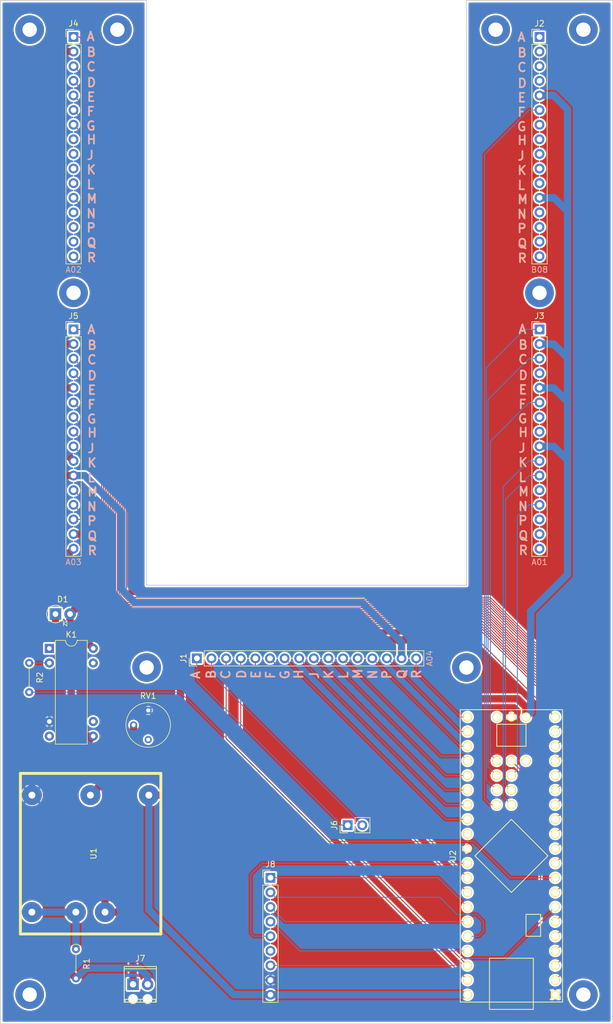
<source format=kicad_pcb>
(kicad_pcb (version 20171130) (host pcbnew "(5.1.2)-1")
  (layers (0 F.Cu signal) (31 B.Cu signal) (34 B.Paste user) (35 F.Paste user) (36 B.SilkS user) (37 F.SilkS user) (38 B.Mask user) (39 F.Mask user) (44 Edge.Cuts user))
  (net 0 "")
  (net 1 +48V)
  (net 2 +5VD)
  (net 3 GNDD)
  (net 4 /SCLK)
  (net 5 /MISO)
  (net 6 /MOSI)
  (net 7 /~CS)
  (net 8 /IRQ)
  (net 9 "Net-(RV1-Pad2)")
  (net 10 "Net-(D1-Pad2)")
  (net 11 /RESTORE_MAGS)
  (net 12 /INT_PCH)
  (net 13 /AUTO_FEED)
  (net 14 /PROG_SEL)
  (net 15 /AUTO_DUP)
  (net 16 /CLEAR)
  (net 17 /PRINT)
  (net 18 /LZ_PRINT)
  (net 19 /RESET)
  (net 20 -48V)
  (net 21 /SPACE)
  (net 22 /C12)
  (net 23 /C11)
  (net 24 /C0)
  (net 25 /C1)
  (net 26 /C2)
  (net 27 /C3)
  (net 28 /C4)
  (net 29 /C5)
  (net 30 /C6)
  (net 31 /C7)
  (net 32 /C9)
  (net 33 /ERROR_RESET)
  (net 34 /BAIL_9)
  (net 35 /SKIP)
  (net 36 /LEFT_ZERO)
  (net 37 /MC)
  (net 38 /AUX_DUP)
  (net 39 /BAIL_8)
  (net 40 /PROG_1)
  (net 41 /DASH_SKIP)
  (net 42 /REL)
  (net 43 /RESTORE)
  (net 44 /R0)
  (net 45 /R1)
  (net 46 /FEED)
  (net 47 /REGISTER_LATCH)
  (net 48 /PROG_2)
  (net 49 /DUP)
  (net 50 /MULTI_O)
  (net 51 /ALPHA)
  (net 52 /NUM+MULTI_I)
  (net 53 "Net-(K1-Pad2)")
  (net 54 /-VIN)
  (module TEENSY:Teensy2.0++ (layer F.Cu) (at 153.3436 185.82592 90)
    (fp_text reference U2 (at 0 -10.16 90) (layer F.SilkS))
    (fp_text value Teensy++2.0)
    (pad 9 thru_hole circle (at -3.81 7.62 90) (size 1.6 1.6) (drill 1.1) (layers *.Cu *.Mask F.SilkS) (net 11 /RESTORE_MAGS))
    (pad 10 thru_hole circle (at -1.27 7.62 90) (size 1.6 1.6) (drill 1.1) (layers *.Cu *.Mask F.SilkS) (net 42 /REL))
    (pad 11 thru_hole circle (at 1.27 7.62 90) (size 1.6 1.6) (drill 1.1) (layers *.Cu *.Mask F.SilkS) (net 43 /RESTORE))
    (pad 8 thru_hole circle (at -6.35 7.62 90) (size 1.6 1.6) (drill 1.1) (layers *.Cu *.Mask F.SilkS) (net 41 /DASH_SKIP))
    (pad 7 thru_hole circle (at -8.89 7.62 90) (size 1.6 1.6) (drill 1.1) (layers *.Cu *.Mask F.SilkS) (net 19 /RESET))
    (pad 6 thru_hole circle (at -11.43 7.62 90) (size 1.6 1.6) (drill 1.1) (layers *.Cu *.Mask F.SilkS) (net 40 /PROG_1))
    (pad 5 thru_hole circle (at -13.97 7.62 90) (size 1.6 1.6) (drill 1.1) (layers *.Cu *.Mask F.SilkS) (net 39 /BAIL_8))
    (pad 4 thru_hole circle (at -16.51 7.62 90) (size 1.6 1.6) (drill 1.1) (layers *.Cu *.Mask F.SilkS) (net 38 /AUX_DUP))
    (pad 3 thru_hole circle (at -19.05 7.62 90) (size 1.6 1.6) (drill 1.1) (layers *.Cu *.Mask F.SilkS) (net 37 /MC))
    (pad 2 thru_hole circle (at -21.59 7.62 90) (size 1.6 1.6) (drill 1.1) (layers *.Cu *.Mask F.SilkS) (net 36 /LEFT_ZERO))
    (pad 1 thru_hole rect (at -24.13 7.62 90) (size 1.6 1.6) (drill 1.1) (layers *.Cu *.Mask F.SilkS) (net 3 GNDD))
    (pad 12 thru_hole circle (at 3.81 7.62 90) (size 1.6 1.6) (drill 1.1) (layers *.Cu *.Mask F.SilkS) (net 44 /R0))
    (pad 13 thru_hole circle (at 6.35 7.62 90) (size 1.6 1.6) (drill 1.1) (layers *.Cu *.Mask F.SilkS) (net 45 /R1))
    (pad 14 thru_hole circle (at 8.89 7.62 90) (size 1.6 1.6) (drill 1.1) (layers *.Cu *.Mask F.SilkS) (net 46 /FEED))
    (pad 15 thru_hole circle (at 11.43 7.62 90) (size 1.6 1.6) (drill 1.1) (layers *.Cu *.Mask F.SilkS) (net 47 /REGISTER_LATCH))
    (pad 16 thru_hole circle (at 13.97 7.62 90) (size 1.6 1.6) (drill 1.1) (layers *.Cu *.Mask F.SilkS) (net 48 /PROG_2))
    (pad 17 thru_hole circle (at 16.51 7.62 90) (size 1.6 1.6) (drill 1.1) (layers *.Cu *.Mask F.SilkS) (net 49 /DUP))
    (pad 18 thru_hole circle (at 19.05 7.62 90) (size 1.6 1.6) (drill 1.1) (layers *.Cu *.Mask F.SilkS) (net 50 /MULTI_O))
    (pad 19 thru_hole circle (at 21.59 7.62 90) (size 1.6 1.6) (drill 1.1) (layers *.Cu *.Mask F.SilkS) (net 51 /ALPHA))
    (pad 20 thru_hole circle (at 24.13 7.62 90) (size 1.6 1.6) (drill 1.1) (layers *.Cu *.Mask F.SilkS) (net 52 /NUM+MULTI_I))
    (pad 21 thru_hole circle (at 24.13 2.54 90) (size 1.6 1.6) (drill 1.1) (layers *.Cu *.Mask F.SilkS) (net 2 +5VD))
    (pad 22 thru_hole circle (at 24.13 0 90) (size 1.6 1.6) (drill 1.1) (layers *.Cu *.Mask F.SilkS) (net 3 GNDD))
    (pad 23 thru_hole circle (at 24.13 -2.54 90) (size 1.6 1.6) (drill 1.1) (layers *.Cu *.Mask F.SilkS))
    (pad 24 thru_hole circle (at 24.13 -7.62 90) (size 1.6 1.6) (drill 1.1) (layers *.Cu *.Mask F.SilkS) (net 34 /BAIL_9))
    (pad 25 thru_hole circle (at 21.59 -7.62 90) (size 1.6 1.6) (drill 1.1) (layers *.Cu *.Mask F.SilkS) (net 33 /ERROR_RESET))
    (pad 26 thru_hole circle (at 19.05 -7.62 90) (size 1.6 1.6) (drill 1.1) (layers *.Cu *.Mask F.SilkS) (net 32 /C9))
    (pad 27 thru_hole circle (at 16.51 -7.62 90) (size 1.6 1.6) (drill 1.1) (layers *.Cu *.Mask F.SilkS) (net 31 /C7))
    (pad 28 thru_hole circle (at 13.97 -7.62 90) (size 1.6 1.6) (drill 1.1) (layers *.Cu *.Mask F.SilkS) (net 30 /C6))
    (pad 29 thru_hole circle (at 11.43 -7.62 90) (size 1.6 1.6) (drill 1.1) (layers *.Cu *.Mask F.SilkS) (net 29 /C5))
    (pad 30 thru_hole circle (at 8.89 -7.62 90) (size 1.6 1.6) (drill 1.1) (layers *.Cu *.Mask F.SilkS) (net 28 /C4))
    (pad 31 thru_hole circle (at 6.35 -7.62 90) (size 1.6 1.6) (drill 1.1) (layers *.Cu *.Mask F.SilkS) (net 27 /C3))
    (pad 32 thru_hole circle (at 3.81 -7.62 90) (size 1.6 1.6) (drill 1.1) (layers *.Cu *.Mask F.SilkS))
    (pad 33 thru_hole circle (at 1.27 -7.62 90) (size 1.6 1.6) (drill 1.1) (layers *.Cu *.Mask F.SilkS) (net 3 GNDD))
    (pad 34 thru_hole circle (at -1.27 -7.62 90) (size 1.6 1.6) (drill 1.1) (layers *.Cu *.Mask F.SilkS) (net 8 /IRQ))
    (pad 35 thru_hole circle (at -3.81 -7.62 90) (size 1.6 1.6) (drill 1.1) (layers *.Cu *.Mask F.SilkS) (net 26 /C2))
    (pad 36 thru_hole circle (at -6.35 -7.62 90) (size 1.6 1.6) (drill 1.1) (layers *.Cu *.Mask F.SilkS) (net 25 /C1))
    (pad 37 thru_hole circle (at -8.89 -7.62 90) (size 1.6 1.6) (drill 1.1) (layers *.Cu *.Mask F.SilkS) (net 4 /SCLK))
    (pad 38 thru_hole circle (at -11.43 -7.62 90) (size 1.6 1.6) (drill 1.1) (layers *.Cu *.Mask F.SilkS) (net 6 /MOSI))
    (pad 39 thru_hole circle (at -13.97 -7.62 90) (size 1.6 1.6) (drill 1.1) (layers *.Cu *.Mask F.SilkS) (net 5 /MISO))
    (pad 40 thru_hole circle (at -16.51 -7.62 90) (size 1.6 1.6) (drill 1.1) (layers *.Cu *.Mask F.SilkS) (net 7 /~CS))
    (pad 41 thru_hole circle (at -19.05 -7.62 90) (size 1.6 1.6) (drill 1.1) (layers *.Cu *.Mask F.SilkS) (net 24 /C0))
    (pad 42 thru_hole circle (at -21.59 -7.62 90) (size 1.6 1.6) (drill 1.1) (layers *.Cu *.Mask F.SilkS) (net 23 /C11))
    (pad 43 thru_hole circle (at -24.13 -7.62 90) (size 1.6 1.6) (drill 1.1) (layers *.Cu *.Mask F.SilkS) (net 2 +5VD))
    (pad 44 thru_hole circle (at 8.89 -2.54 90) (size 1.6 1.6) (drill 1.1) (layers *.Cu *.Mask F.SilkS) (net 12 /INT_PCH))
    (pad 45 thru_hole circle (at 11.43 -2.54 90) (size 1.6 1.6) (drill 1.1) (layers *.Cu *.Mask F.SilkS) (net 13 /AUTO_FEED))
    (pad 46 thru_hole circle (at 13.97 -2.54 90) (size 1.6 1.6) (drill 1.1) (layers *.Cu *.Mask F.SilkS) (net 14 /PROG_SEL))
    (pad 47 thru_hole circle (at 16.51 -2.54 90) (size 1.6 1.6) (drill 1.1) (layers *.Cu *.Mask F.SilkS) (net 15 /AUTO_DUP))
    (pad 48 thru_hole circle (at 8.89 0 90) (size 1.6 1.6) (drill 1.1) (layers *.Cu *.Mask F.SilkS) (net 16 /CLEAR))
    (pad 49 thru_hole circle (at 11.43 0 90) (size 1.6 1.6) (drill 1.1) (layers *.Cu *.Mask F.SilkS) (net 17 /PRINT))
    (pad 50 thru_hole circle (at 13.97 0 90) (size 1.6 1.6) (drill 1.1) (layers *.Cu *.Mask F.SilkS) (net 18 /LZ_PRINT))
    (pad 51 thru_hole circle (at 16.51 0 90) (size 1.6 1.6) (drill 1.1) (layers *.Cu *.Mask F.SilkS) (net 35 /SKIP))
    (pad 52 thru_hole circle (at 16.51 2.54 90) (size 1.6 1.6) (drill 1.1) (layers *.Cu *.Mask F.SilkS))
  )
  (module kicad:SSTW003A0A41Z (layer F.Cu) (at 80.2367 185.44492 90)
    (fp_text reference U1 (at 0 0.5 90) (layer F.SilkS))
    (fp_text value SSTW003A0A41Z)
    (pad 1 thru_hole circle (at -10.15 2.5 90) (size 3.5 3.5) (drill 1.2) (layers *.Cu *.Mask) (net 1 +48V))
    (pad 2 thru_hole circle (at -10.15 -2.58 90) (size 3.5 3.5) (drill 1.2) (layers *.Cu *.Mask) (net 54 /-VIN))
    (pad 3 thru_hole circle (at -10.15 -10.2 90) (size 3.5 3.5) (drill 1.2) (layers *.Cu *.Mask) (net 54 /-VIN))
    (pad 4 thru_hole circle (at 10.17 -10.2 90) (size 3.5 3.5) (drill 1.2) (layers *.Cu *.Mask) (net 3 GNDD))
    (pad 5 thru_hole circle (at 10.17 -0.04 90) (size 3.5 3.5) (drill 1.2) (layers *.Cu *.Mask) (net 9 "Net-(RV1-Pad2)"))
    (pad 6 thru_hole circle (at 10.17 10.12 90) (size 3.5 3.5) (drill 1.2) (layers *.Cu *.Mask) (net 2 +5VD))
  )
  (module Resistors_THT:R_Axial_DIN0204_L3.6mm_D1.6mm_P5.08mm_Vertical (layer F.Cu) (at 77.68844 202.0316 270)
    (fp_text reference R1 (at 2.54 -1.86 90) (layer F.SilkS))
    (fp_text value 100)
    (pad 2 thru_hole oval (at 5.08 0 270) (size 1.4 1.4) (drill 0.7) (layers *.Cu *.Mask) (net 20 -48V))
    (pad 1 thru_hole circle (at 0 0 270) (size 1.4 1.4) (drill 0.7) (layers *.Cu *.Mask) (net 54 /-VIN))
  )
  (module Resistors_THT:R_Axial_DIN0204_L3.6mm_D1.6mm_P5.08mm_Vertical (layer F.Cu) (at 69.56044 152.30856 270)
    (fp_text reference R2 (at 2.54 -1.86 90) (layer F.SilkS))
    (fp_text value 100)
    (pad 1 thru_hole circle (at 0 0 270) (size 1.4 1.4) (drill 0.7) (layers *.Cu *.Mask) (net 53 "Net-(K1-Pad2)"))
    (pad 2 thru_hole oval (at 5.08 0 270) (size 1.4 1.4) (drill 0.7) (layers *.Cu *.Mask) (net 11 /RESTORE_MAGS))
  )
  (module Pin_Headers:Pin_Header_Straight_1x16_Pitch2.54mm (layer F.Cu) (at 77.2668 94.35592)
    (fp_text reference J5 (at 0 -2.33) (layer F.SilkS))
    (fp_text value A03 (at 0 40.43) (layer B.SilkS))
    (pad 1 thru_hole rect (at 0 0) (size 1.7 1.7) (drill 1) (layers *.Cu *.Mask) (net 43 /RESTORE))
    (pad 2 thru_hole oval (at 0 2.54) (size 1.7 1.7) (drill 1) (layers *.Cu *.Mask) (net 2 +5VD))
    (pad 3 thru_hole oval (at 0 5.08) (size 1.7 1.7) (drill 1) (layers *.Cu *.Mask) (net 44 /R0))
    (pad 4 thru_hole oval (at 0 7.62) (size 1.7 1.7) (drill 1) (layers *.Cu *.Mask) (net 45 /R1))
    (pad 5 thru_hole oval (at 0 10.16) (size 1.7 1.7) (drill 1) (layers *.Cu *.Mask) (net 2 +5VD))
    (pad 6 thru_hole oval (at 0 12.7) (size 1.7 1.7) (drill 1) (layers *.Cu *.Mask) (net 46 /FEED))
    (pad 7 thru_hole oval (at 0 15.24) (size 1.7 1.7) (drill 1) (layers *.Cu *.Mask) (net 47 /REGISTER_LATCH))
    (pad 8 thru_hole oval (at 0 17.78) (size 1.7 1.7) (drill 1) (layers *.Cu *.Mask) (net 48 /PROG_2))
    (pad 9 thru_hole oval (at 0 20.32) (size 1.7 1.7) (drill 1) (layers *.Cu *.Mask) (net 49 /DUP))
    (pad 10 thru_hole oval (at 0 22.86) (size 1.7 1.7) (drill 1) (layers *.Cu *.Mask) (net 2 +5VD))
    (pad 11 thru_hole oval (at 0 25.4) (size 1.7 1.7) (drill 1) (layers *.Cu *.Mask) (net 2 +5VD))
    (pad 12 thru_hole oval (at 0 27.94) (size 1.7 1.7) (drill 1) (layers *.Cu *.Mask) (net 50 /MULTI_O))
    (pad 13 thru_hole oval (at 0 30.48) (size 1.7 1.7) (drill 1) (layers *.Cu *.Mask) (net 51 /ALPHA))
    (pad 14 thru_hole oval (at 0 33.02) (size 1.7 1.7) (drill 1) (layers *.Cu *.Mask) (net 52 /NUM+MULTI_I))
    (pad 15 thru_hole oval (at 0 35.56) (size 1.7 1.7) (drill 1) (layers *.Cu *.Mask) (net 10 "Net-(D1-Pad2)"))
    (pad 16 thru_hole oval (at 0 38.1) (size 1.7 1.7) (drill 1) (layers *.Cu *.Mask) (net 20 -48V))
  )
  (module kicad:DIP05-1C90-51D (layer F.Cu) (at 73.0695 149.77892)
    (fp_text reference K1 (at 3.81 -2.39) (layer F.SilkS))
    (fp_text value DIP05-1C90-51D)
    (pad 1 thru_hole rect (at 0 0) (size 1.6 1.6) (drill 0.8) (layers *.Cu *.Mask))
    (pad 8 thru_hole oval (at 7.62 15.24) (size 1.6 1.6) (drill 0.8) (layers *.Cu *.Mask) (net 1 +48V))
    (pad 2 thru_hole oval (at 0 2.54) (size 1.6 1.6) (drill 0.8) (layers *.Cu *.Mask) (net 53 "Net-(K1-Pad2)"))
    (pad 9 thru_hole oval (at 7.62 12.7) (size 1.6 1.6) (drill 0.8) (layers *.Cu *.Mask))
    (pad 6 thru_hole oval (at 0 12.7) (size 1.6 1.6) (drill 0.8) (layers *.Cu *.Mask) (net 3 GNDD))
    (pad 13 thru_hole oval (at 7.62 2.54) (size 1.6 1.6) (drill 0.8) (layers *.Cu *.Mask))
    (pad 7 thru_hole oval (at 0 15.24) (size 1.6 1.6) (drill 0.8) (layers *.Cu *.Mask))
    (pad 14 thru_hole oval (at 7.62 0) (size 1.6 1.6) (drill 0.8) (layers *.Cu *.Mask) (net 10 "Net-(D1-Pad2)"))
  )
  (module Potentiometers:Potentiometer_Trimmer_Bourns_3339P_Horizontal (layer F.Cu) (at 90.2398 165.62792)
    (fp_text reference RV1 (at 0 -7.6) (layer F.SilkS))
    (fp_text value 500K)
    (pad 3 thru_hole circle (at 0 -5.08) (size 1.26 1.26) (drill 0.7) (layers *.Cu *.Mask) (net 3 GNDD))
    (pad 2 thru_hole circle (at -2.54 -2.54) (size 1.26 1.26) (drill 0.7) (layers *.Cu *.Mask) (net 9 "Net-(RV1-Pad2)"))
    (pad 1 thru_hole circle (at 0 0) (size 1.26 1.26) (drill 0.7) (layers *.Cu *.Mask))
  )
  (module Diodes_THT:D_T-1_P2.54mm_Vertical_AnodeUp (layer F.Cu) (at 74.12101 143.80464)
    (fp_text reference D1 (at 1.27 -2.549214) (layer F.SilkS))
    (fp_text value 1N4007)
    (pad 1 thru_hole rect (at 0 0) (size 2 2) (drill 1) (layers *.Cu *.Mask) (net 1 +48V))
    (pad 2 thru_hole oval (at 2.54 0) (size 2 2) (drill 1) (layers *.Cu *.Mask) (net 10 "Net-(D1-Pad2)"))
  )
  (module Pin_Headers:Pin_Header_Straight_1x16_Pitch2.54mm (layer F.Cu) (at 98.698 151.50592 90)
    (fp_text reference J1 (at 0 -2.33 90) (layer F.SilkS))
    (fp_text value A04 (at 0 40.43 90) (layer B.SilkS))
    (pad 1 thru_hole rect (at 0 0 90) (size 1.7 1.7) (drill 1) (layers *.Cu *.Mask) (net 21 /SPACE))
    (pad 2 thru_hole oval (at 0 2.54 90) (size 1.7 1.7) (drill 1) (layers *.Cu *.Mask) (net 22 /C12))
    (pad 3 thru_hole oval (at 0 5.08 90) (size 1.7 1.7) (drill 1) (layers *.Cu *.Mask) (net 23 /C11))
    (pad 4 thru_hole oval (at 0 7.62 90) (size 1.7 1.7) (drill 1) (layers *.Cu *.Mask) (net 24 /C0))
    (pad 5 thru_hole oval (at 0 10.16 90) (size 1.7 1.7) (drill 1) (layers *.Cu *.Mask) (net 25 /C1))
    (pad 6 thru_hole oval (at 0 12.7 90) (size 1.7 1.7) (drill 1) (layers *.Cu *.Mask) (net 26 /C2))
    (pad 7 thru_hole oval (at 0 15.24 90) (size 1.7 1.7) (drill 1) (layers *.Cu *.Mask) (net 27 /C3))
    (pad 8 thru_hole oval (at 0 17.78 90) (size 1.7 1.7) (drill 1) (layers *.Cu *.Mask) (net 28 /C4))
    (pad 9 thru_hole oval (at 0 20.32 90) (size 1.7 1.7) (drill 1) (layers *.Cu *.Mask) (net 29 /C5))
    (pad 10 thru_hole oval (at 0 22.86 90) (size 1.7 1.7) (drill 1) (layers *.Cu *.Mask) (net 30 /C6))
    (pad 11 thru_hole oval (at 0 25.4 90) (size 1.7 1.7) (drill 1) (layers *.Cu *.Mask) (net 31 /C7))
    (pad 12 thru_hole oval (at 0 27.94 90) (size 1.7 1.7) (drill 1) (layers *.Cu *.Mask))
    (pad 13 thru_hole oval (at 0 30.48 90) (size 1.7 1.7) (drill 1) (layers *.Cu *.Mask) (net 32 /C9))
    (pad 14 thru_hole oval (at 0 33.02 90) (size 1.7 1.7) (drill 1) (layers *.Cu *.Mask) (net 33 /ERROR_RESET))
    (pad 15 thru_hole oval (at 0 35.56 90) (size 1.7 1.7) (drill 1) (layers *.Cu *.Mask) (net 2 +5VD))
    (pad 16 thru_hole oval (at 0 38.1 90) (size 1.7 1.7) (drill 1) (layers *.Cu *.Mask) (net 34 /BAIL_9))
  )
  (module Pin_Headers:Pin_Header_Straight_1x16_Pitch2.54mm (layer F.Cu) (at 158.2293 43.55592)
    (fp_text reference J2 (at 0 -2.33) (layer F.SilkS))
    (fp_text value B08 (at 0 40.43) (layer B.SilkS))
    (pad 1 thru_hole rect (at 0 0) (size 1.7 1.7) (drill 1) (layers *.Cu *.Mask))
    (pad 2 thru_hole oval (at 0 2.54) (size 1.7 1.7) (drill 1) (layers *.Cu *.Mask))
    (pad 3 thru_hole oval (at 0 5.08) (size 1.7 1.7) (drill 1) (layers *.Cu *.Mask))
    (pad 4 thru_hole oval (at 0 7.62) (size 1.7 1.7) (drill 1) (layers *.Cu *.Mask))
    (pad 5 thru_hole oval (at 0 10.16) (size 1.7 1.7) (drill 1) (layers *.Cu *.Mask) (net 2 +5VD))
    (pad 6 thru_hole oval (at 0 12.7) (size 1.7 1.7) (drill 1) (layers *.Cu *.Mask) (net 12 /INT_PCH))
    (pad 7 thru_hole oval (at 0 15.24) (size 1.7 1.7) (drill 1) (layers *.Cu *.Mask))
    (pad 8 thru_hole oval (at 0 17.78) (size 1.7 1.7) (drill 1) (layers *.Cu *.Mask))
    (pad 9 thru_hole oval (at 0 20.32) (size 1.7 1.7) (drill 1) (layers *.Cu *.Mask))
    (pad 10 thru_hole oval (at 0 22.86) (size 1.7 1.7) (drill 1) (layers *.Cu *.Mask))
    (pad 11 thru_hole oval (at 0 25.4) (size 1.7 1.7) (drill 1) (layers *.Cu *.Mask))
    (pad 12 thru_hole oval (at 0 27.94) (size 1.7 1.7) (drill 1) (layers *.Cu *.Mask) (net 2 +5VD))
    (pad 13 thru_hole oval (at 0 30.48) (size 1.7 1.7) (drill 1) (layers *.Cu *.Mask))
    (pad 14 thru_hole oval (at 0 33.02) (size 1.7 1.7) (drill 1) (layers *.Cu *.Mask))
    (pad 15 thru_hole oval (at 0 35.56) (size 1.7 1.7) (drill 1) (layers *.Cu *.Mask))
    (pad 16 thru_hole oval (at 0 38.1) (size 1.7 1.7) (drill 1) (layers *.Cu *.Mask))
  )
  (module Pin_Headers:Pin_Header_Straight_1x16_Pitch2.54mm (layer F.Cu) (at 158.2293 94.35592)
    (fp_text reference J3 (at 0 -2.33) (layer F.SilkS))
    (fp_text value A01 (at 0 40.43) (layer B.SilkS))
    (pad 1 thru_hole rect (at 0 0) (size 1.7 1.7) (drill 1) (layers *.Cu *.Mask) (net 13 /AUTO_FEED))
    (pad 2 thru_hole oval (at 0 2.54) (size 1.7 1.7) (drill 1) (layers *.Cu *.Mask) (net 2 +5VD))
    (pad 3 thru_hole oval (at 0 5.08) (size 1.7 1.7) (drill 1) (layers *.Cu *.Mask) (net 14 /PROG_SEL))
    (pad 4 thru_hole oval (at 0 7.62) (size 1.7 1.7) (drill 1) (layers *.Cu *.Mask))
    (pad 5 thru_hole oval (at 0 10.16) (size 1.7 1.7) (drill 1) (layers *.Cu *.Mask) (net 2 +5VD))
    (pad 6 thru_hole oval (at 0 12.7) (size 1.7 1.7) (drill 1) (layers *.Cu *.Mask) (net 15 /AUTO_DUP))
    (pad 7 thru_hole oval (at 0 15.24) (size 1.7 1.7) (drill 1) (layers *.Cu *.Mask))
    (pad 8 thru_hole oval (at 0 17.78) (size 1.7 1.7) (drill 1) (layers *.Cu *.Mask))
    (pad 9 thru_hole oval (at 0 20.32) (size 1.7 1.7) (drill 1) (layers *.Cu *.Mask) (net 2 +5VD))
    (pad 10 thru_hole oval (at 0 22.86) (size 1.7 1.7) (drill 1) (layers *.Cu *.Mask) (net 16 /CLEAR))
    (pad 11 thru_hole oval (at 0 25.4) (size 1.7 1.7) (drill 1) (layers *.Cu *.Mask) (net 17 /PRINT))
    (pad 12 thru_hole oval (at 0 27.94) (size 1.7 1.7) (drill 1) (layers *.Cu *.Mask))
    (pad 13 thru_hole oval (at 0 30.48) (size 1.7 1.7) (drill 1) (layers *.Cu *.Mask) (net 18 /LZ_PRINT))
    (pad 14 thru_hole oval (at 0 33.02) (size 1.7 1.7) (drill 1) (layers *.Cu *.Mask))
    (pad 15 thru_hole oval (at 0 35.56) (size 1.7 1.7) (drill 1) (layers *.Cu *.Mask))
    (pad 16 thru_hole oval (at 0 38.1) (size 1.7 1.7) (drill 1) (layers *.Cu *.Mask))
  )
  (module Pin_Headers:Pin_Header_Straight_1x16_Pitch2.54mm (layer F.Cu) (at 77.2668 43.55592)
    (fp_text reference J4 (at 0 -2.33) (layer F.SilkS))
    (fp_text value A02 (at 0 40.43) (layer B.SilkS))
    (pad 1 thru_hole rect (at 0 0) (size 1.7 1.7) (drill 1) (layers *.Cu *.Mask) (net 35 /SKIP))
    (pad 2 thru_hole oval (at 0 2.54) (size 1.7 1.7) (drill 1) (layers *.Cu *.Mask) (net 2 +5VD))
    (pad 3 thru_hole oval (at 0 5.08) (size 1.7 1.7) (drill 1) (layers *.Cu *.Mask) (net 36 /LEFT_ZERO))
    (pad 4 thru_hole oval (at 0 7.62) (size 1.7 1.7) (drill 1) (layers *.Cu *.Mask) (net 37 /MC))
    (pad 5 thru_hole oval (at 0 10.16) (size 1.7 1.7) (drill 1) (layers *.Cu *.Mask) (net 38 /AUX_DUP))
    (pad 6 thru_hole oval (at 0 12.7) (size 1.7 1.7) (drill 1) (layers *.Cu *.Mask) (net 39 /BAIL_8))
    (pad 7 thru_hole oval (at 0 15.24) (size 1.7 1.7) (drill 1) (layers *.Cu *.Mask) (net 40 /PROG_1))
    (pad 8 thru_hole oval (at 0 17.78) (size 1.7 1.7) (drill 1) (layers *.Cu *.Mask))
    (pad 9 thru_hole oval (at 0 20.32) (size 1.7 1.7) (drill 1) (layers *.Cu *.Mask))
    (pad 10 thru_hole oval (at 0 22.86) (size 1.7 1.7) (drill 1) (layers *.Cu *.Mask))
    (pad 11 thru_hole oval (at 0 25.4) (size 1.7 1.7) (drill 1) (layers *.Cu *.Mask))
    (pad 12 thru_hole oval (at 0 27.94) (size 1.7 1.7) (drill 1) (layers *.Cu *.Mask) (net 41 /DASH_SKIP))
    (pad 13 thru_hole oval (at 0 30.48) (size 1.7 1.7) (drill 1) (layers *.Cu *.Mask))
    (pad 14 thru_hole oval (at 0 33.02) (size 1.7 1.7) (drill 1) (layers *.Cu *.Mask))
    (pad 15 thru_hole oval (at 0 35.56) (size 1.7 1.7) (drill 1) (layers *.Cu *.Mask))
    (pad 16 thru_hole oval (at 0 38.1) (size 1.7 1.7) (drill 1) (layers *.Cu *.Mask) (net 42 /REL))
  )
  (module Pin_Headers:Pin_Header_Straight_1x02_Pitch2.54mm (layer F.Cu) (at 124.89688 180.49748 90)
    (fp_text reference J6 (at 0 -2.33 90) (layer F.SilkS))
    (fp_text value "TEENSY INTERNAL PINS")
    (pad 1 thru_hole rect (at 0 0 90) (size 1.7 1.7) (drill 1) (layers *.Cu *.Mask) (net 21 /SPACE))
    (pad 2 thru_hole oval (at 0 2.54 90) (size 1.7 1.7) (drill 1) (layers *.Cu *.Mask) (net 22 /C12))
  )
  (module Pin_Headers:Pin_Header_Straight_1x09_Pitch2.54mm (layer F.Cu) (at 111.48568 189.62624)
    (fp_text reference J8 (at 0 -2.33 180) (layer F.SilkS))
    (fp_text value "BLUEFRUIT LE SPI FRIEND")
    (pad 1 thru_hole rect (at 0 0) (size 1.7 1.7) (drill 1) (layers *.Cu *.Mask) (net 4 /SCLK))
    (pad 2 thru_hole oval (at 0 2.54) (size 1.7 1.7) (drill 1) (layers *.Cu *.Mask) (net 5 /MISO))
    (pad 3 thru_hole oval (at 0 5.08) (size 1.7 1.7) (drill 1) (layers *.Cu *.Mask) (net 6 /MOSI))
    (pad 4 thru_hole oval (at 0 7.62) (size 1.7 1.7) (drill 1) (layers *.Cu *.Mask) (net 7 /~CS))
    (pad 5 thru_hole oval (at 0 10.16) (size 1.7 1.7) (drill 1) (layers *.Cu *.Mask) (net 8 /IRQ))
    (pad 6 thru_hole oval (at 0 12.7) (size 1.7 1.7) (drill 1) (layers *.Cu *.Mask))
    (pad 7 thru_hole oval (at 0 15.24) (size 1.7 1.7) (drill 1) (layers *.Cu *.Mask) (net 19 /RESET))
    (pad 8 thru_hole oval (at 0 17.78) (size 1.7 1.7) (drill 1) (layers *.Cu *.Mask) (net 3 GNDD))
    (pad 9 thru_hole oval (at 0 20.32) (size 1.7 1.7) (drill 1) (layers *.Cu *.Mask) (net 2 +5VD))
  )
  (module TerminalBlocks_Phoenix:TerminalBlock_Phoenix_MPT-2.54mm_2pol (layer F.Cu) (at 87.5983 208.14292)
    (fp_text reference J7 (at 1.27 -4.50088) (layer F.SilkS))
    (fp_text value Screw_Terminal_01x02)
    (pad 2 thru_hole oval (at 2.54 0) (size 1.99898 1.99898) (drill 1.09728) (layers *.Cu *.Mask) (net 20 -48V))
    (pad 1 thru_hole rect (at 0 0) (size 1.99898 1.99898) (drill 1.09728) (layers *.Cu *.Mask) (net 1 +48V))
    (pad "" np_thru_hole circle (at 0 2.54) (size 1.1 1.1) (drill 1.1) (layers *.Cu *.Mask))
    (pad "" np_thru_hole circle (at 2.54 2.54) (size 1.1 1.1) (drill 1.1) (layers *.Cu *.Mask))
  )
  (module Mounting_Holes:MountingHole_2.5mm_Pad (layer F.Cu) (at 69.6468 42.28592)
    (fp_text reference REF** hide)
    (fp_text value MountingHole_2.5mm_Pad hide)
    (pad 1 thru_hole circle (at 0 0) (size 5 5) (drill 2.5) (layers *.Cu *.Mask))
  )
  (module Mounting_Holes:MountingHole_2.5mm_Pad (layer F.Cu) (at 84.8868 42.28592)
    (fp_text reference REF** hide)
    (fp_text value MountingHole_2.5mm_Pad hide)
    (pad 1 thru_hole circle (at 0 0) (size 5 5) (drill 2.5) (layers *.Cu *.Mask))
  )
  (module Mounting_Holes:MountingHole_2.5mm_Pad (layer F.Cu) (at 69.6468 209.92592)
    (fp_text reference REF** hide)
    (fp_text value MountingHole_2.5mm_Pad hide)
    (pad 1 thru_hole circle (at 0 0) (size 5 5) (drill 2.5) (layers *.Cu *.Mask))
  )
  (module Mounting_Holes:MountingHole_2.5mm_Pad (layer F.Cu) (at 165.8493 209.92592)
    (fp_text reference REF** hide)
    (fp_text value MountingHole_2.5mm_Pad hide)
    (pad 1 thru_hole circle (at 0 0) (size 5 5) (drill 2.5) (layers *.Cu *.Mask))
  )
  (module Mounting_Holes:MountingHole_2.5mm_Pad (layer F.Cu) (at 165.8493 42.28592)
    (fp_text reference REF** hide)
    (fp_text value MountingHole_2.5mm_Pad hide)
    (pad 1 thru_hole circle (at 0 0) (size 5 5) (drill 2.5) (layers *.Cu *.Mask))
  )
  (module Mounting_Holes:MountingHole_2.5mm_Pad (layer F.Cu) (at 150.6093 42.28592)
    (fp_text reference REF** hide)
    (fp_text value MountingHole_2.5mm_Pad hide)
    (pad 1 thru_hole circle (at 0 0) (size 5 5) (drill 2.5) (layers *.Cu *.Mask))
  )
  (module Mounting_Holes:MountingHole_2.5mm_Pad (layer F.Cu) (at 77.2668 88.00592)
    (fp_text reference REF** hide)
    (fp_text value MountingHole_2.5mm_Pad hide)
    (pad 1 thru_hole circle (at 0 0) (size 5 5) (drill 2.5) (layers *.Cu *.Mask))
  )
  (module Mounting_Holes:MountingHole_2.5mm_Pad (layer F.Cu) (at 158.2293 88.00592)
    (fp_text reference REF** hide)
    (fp_text value MountingHole_2.5mm_Pad hide)
    (pad 1 thru_hole circle (at 0 0) (size 5 5) (drill 2.5) (layers *.Cu *.Mask))
  )
  (module Mounting_Holes:MountingHole_2.5mm_Pad (layer F.Cu) (at 145.5293 153.09342)
    (fp_text reference REF** hide)
    (fp_text value MountingHole_2.5mm_Pad hide)
    (pad 1 thru_hole circle (at 0 0) (size 5 5) (drill 2.5) (layers *.Cu *.Mask))
  )
  (module Mounting_Holes:MountingHole_2.5mm_Pad (layer F.Cu) (at 89.9668 153.09342)
    (fp_text reference REF** hide)
    (fp_text value MountingHole_2.5mm_Pad hide)
    (pad 1 thru_hole circle (at 0 0) (size 5 5) (drill 2.5) (layers *.Cu *.Mask))
  )
  (gr_text A (at 98.45548 155.25496 90) (layer B.SilkS) (effects (font (size 1.524 1.524) (thickness 0.3048)) (justify left)))
  (gr_text R (at 136.86536 155.21432 90) (layer B.SilkS) (effects (font (size 1.524 1.524) (thickness 0.3048)) (justify left)))
  (gr_text C (at 103.70312 155.28544 90) (layer B.SilkS) (effects (font (size 1.524 1.524) (thickness 0.3048)) (justify left)))
  (gr_text D (at 106.46156 155.22956 90) (layer B.SilkS) (effects (font (size 1.524 1.524) (thickness 0.3048)) (justify left)))
  (gr_text B (at 101.1682 155.25496 90) (layer B.SilkS) (effects (font (size 1.524 1.524) (thickness 0.3048)) (justify left)))
  (gr_text F (at 111.49584 155.24988 90) (layer B.SilkS) (effects (font (size 1.524 1.524) (thickness 0.3048)) (justify left)))
  (gr_text H (at 116.3828 155.26512 90) (layer B.SilkS) (effects (font (size 1.524 1.524) (thickness 0.3048)) (justify left)))
  (gr_text G (at 114.00028 155.321 90) (layer B.SilkS) (effects (font (size 1.524 1.524) (thickness 0.3048)) (justify left)))
  (gr_text J (at 119.10568 155.22956 90) (layer B.SilkS) (effects (font (size 1.524 1.524) (thickness 0.3048)) (justify left)))
  (gr_text L (at 124.19076 155.24988 90) (layer B.SilkS) (effects (font (size 1.524 1.524) (thickness 0.3048)) (justify left)))
  (gr_text K (at 121.61012 155.26512 90) (layer B.SilkS) (effects (font (size 1.524 1.524) (thickness 0.3048)) (justify left)))
  (gr_text Q (at 134.32536 155.24988 90) (layer B.SilkS) (effects (font (size 1.524 1.524) (thickness 0.3048)) (justify left)))
  (gr_text M (at 126.65964 155.26512 90) (layer B.SilkS) (effects (font (size 1.524 1.524) (thickness 0.3048)) (justify left)))
  (gr_text N (at 129.24028 155.30576 90) (layer B.SilkS) (effects (font (size 1.524 1.524) (thickness 0.3048)) (justify left)))
  (gr_text P (at 131.69392 155.28544 90) (layer B.SilkS) (effects (font (size 1.524 1.524) (thickness 0.3048)) (justify left)))
  (gr_text E (at 108.97108 155.21432 90) (layer B.SilkS) (effects (font (size 1.524 1.524) (thickness 0.3048)) (justify left)))
  (gr_text A (at 154.4066 94.3356) (layer B.SilkS) (effects (font (size 1.524 1.524) (thickness 0.3048)) (justify left)))
  (gr_text R (at 154.44724 132.74548) (layer B.SilkS) (effects (font (size 1.524 1.524) (thickness 0.3048)) (justify left)))
  (gr_text C (at 154.37612 99.58324) (layer B.SilkS) (effects (font (size 1.524 1.524) (thickness 0.3048)) (justify left)))
  (gr_text D (at 154.432 102.34168) (layer B.SilkS) (effects (font (size 1.524 1.524) (thickness 0.3048)) (justify left)))
  (gr_text B (at 154.4066 97.04832) (layer B.SilkS) (effects (font (size 1.524 1.524) (thickness 0.3048)) (justify left)))
  (gr_text F (at 154.41168 107.37596) (layer B.SilkS) (effects (font (size 1.524 1.524) (thickness 0.3048)) (justify left)))
  (gr_text H (at 154.39644 112.26292) (layer B.SilkS) (effects (font (size 1.524 1.524) (thickness 0.3048)) (justify left)))
  (gr_text G (at 154.34056 109.8804) (layer B.SilkS) (effects (font (size 1.524 1.524) (thickness 0.3048)) (justify left)))
  (gr_text J (at 154.432 114.9858) (layer B.SilkS) (effects (font (size 1.524 1.524) (thickness 0.3048)) (justify left)))
  (gr_text L (at 154.41168 120.07088) (layer B.SilkS) (effects (font (size 1.524 1.524) (thickness 0.3048)) (justify left)))
  (gr_text K (at 154.39644 117.49024) (layer B.SilkS) (effects (font (size 1.524 1.524) (thickness 0.3048)) (justify left)))
  (gr_text Q (at 154.41168 130.20548) (layer B.SilkS) (effects (font (size 1.524 1.524) (thickness 0.3048)) (justify left)))
  (gr_text M (at 154.39644 122.53976) (layer B.SilkS) (effects (font (size 1.524 1.524) (thickness 0.3048)) (justify left)))
  (gr_text N (at 154.3558 125.1204) (layer B.SilkS) (effects (font (size 1.524 1.524) (thickness 0.3048)) (justify left)))
  (gr_text P (at 154.37612 127.57404) (layer B.SilkS) (effects (font (size 1.524 1.524) (thickness 0.3048)) (justify left)))
  (gr_text E (at 154.44724 104.8512) (layer B.SilkS) (effects (font (size 1.524 1.524) (thickness 0.3048)) (justify left)))
  (gr_text A (at 79.51724 94.3864) (layer B.SilkS) (effects (font (size 1.524 1.524) (thickness 0.3048)) (justify left)))
  (gr_text R (at 79.55788 132.79628) (layer B.SilkS) (effects (font (size 1.524 1.524) (thickness 0.3048)) (justify left)))
  (gr_text C (at 79.48676 99.63404) (layer B.SilkS) (effects (font (size 1.524 1.524) (thickness 0.3048)) (justify left)))
  (gr_text D (at 79.54264 102.39248) (layer B.SilkS) (effects (font (size 1.524 1.524) (thickness 0.3048)) (justify left)))
  (gr_text B (at 79.51724 97.09912) (layer B.SilkS) (effects (font (size 1.524 1.524) (thickness 0.3048)) (justify left)))
  (gr_text F (at 79.52232 107.42676) (layer B.SilkS) (effects (font (size 1.524 1.524) (thickness 0.3048)) (justify left)))
  (gr_text H (at 79.50708 112.31372) (layer B.SilkS) (effects (font (size 1.524 1.524) (thickness 0.3048)) (justify left)))
  (gr_text G (at 79.4512 109.9312) (layer B.SilkS) (effects (font (size 1.524 1.524) (thickness 0.3048)) (justify left)))
  (gr_text J (at 79.54264 115.0366) (layer B.SilkS) (effects (font (size 1.524 1.524) (thickness 0.3048)) (justify left)))
  (gr_text L (at 79.52232 120.12168) (layer B.SilkS) (effects (font (size 1.524 1.524) (thickness 0.3048)) (justify left)))
  (gr_text K (at 79.50708 117.54104) (layer B.SilkS) (effects (font (size 1.524 1.524) (thickness 0.3048)) (justify left)))
  (gr_text Q (at 79.52232 130.25628) (layer B.SilkS) (effects (font (size 1.524 1.524) (thickness 0.3048)) (justify left)))
  (gr_text M (at 79.50708 122.59056) (layer B.SilkS) (effects (font (size 1.524 1.524) (thickness 0.3048)) (justify left)))
  (gr_text N (at 79.46644 125.1712) (layer B.SilkS) (effects (font (size 1.524 1.524) (thickness 0.3048)) (justify left)))
  (gr_text P (at 79.48676 127.62484) (layer B.SilkS) (effects (font (size 1.524 1.524) (thickness 0.3048)) (justify left)))
  (gr_text E (at 79.55788 104.902) (layer B.SilkS) (effects (font (size 1.524 1.524) (thickness 0.3048)) (justify left)))
  (gr_text A (at 154.23388 43.58132) (layer B.SilkS) (effects (font (size 1.524 1.524) (thickness 0.3048)) (justify left)))
  (gr_text R (at 154.27452 81.9912) (layer B.SilkS) (effects (font (size 1.524 1.524) (thickness 0.3048)) (justify left)))
  (gr_text C (at 154.2034 48.82896) (layer B.SilkS) (effects (font (size 1.524 1.524) (thickness 0.3048)) (justify left)))
  (gr_text D (at 154.25928 51.5874) (layer B.SilkS) (effects (font (size 1.524 1.524) (thickness 0.3048)) (justify left)))
  (gr_text B (at 154.23388 46.29404) (layer B.SilkS) (effects (font (size 1.524 1.524) (thickness 0.3048)) (justify left)))
  (gr_text F (at 154.23896 56.62168) (layer B.SilkS) (effects (font (size 1.524 1.524) (thickness 0.3048)) (justify left)))
  (gr_text H (at 154.22372 61.50864) (layer B.SilkS) (effects (font (size 1.524 1.524) (thickness 0.3048)) (justify left)))
  (gr_text G (at 154.16784 59.12612) (layer B.SilkS) (effects (font (size 1.524 1.524) (thickness 0.3048)) (justify left)))
  (gr_text J (at 154.25928 64.23152) (layer B.SilkS) (effects (font (size 1.524 1.524) (thickness 0.3048)) (justify left)))
  (gr_text L (at 154.23896 69.3166) (layer B.SilkS) (effects (font (size 1.524 1.524) (thickness 0.3048)) (justify left)))
  (gr_text K (at 154.22372 66.73596) (layer B.SilkS) (effects (font (size 1.524 1.524) (thickness 0.3048)) (justify left)))
  (gr_text Q (at 154.23896 79.4512) (layer B.SilkS) (effects (font (size 1.524 1.524) (thickness 0.3048)) (justify left)))
  (gr_text M (at 154.22372 71.78548) (layer B.SilkS) (effects (font (size 1.524 1.524) (thickness 0.3048)) (justify left)))
  (gr_text N (at 154.18308 74.36612) (layer B.SilkS) (effects (font (size 1.524 1.524) (thickness 0.3048)) (justify left)))
  (gr_text P (at 154.2034 76.81976) (layer B.SilkS) (effects (font (size 1.524 1.524) (thickness 0.3048)) (justify left)))
  (gr_text E (at 154.27452 54.09692) (layer B.SilkS) (effects (font (size 1.524 1.524) (thickness 0.3048)) (justify left)))
  (gr_text R (at 79.43088 81.87944) (layer B.SilkS) (effects (font (size 1.524 1.524) (thickness 0.3048)) (justify left)))
  (gr_text Q (at 79.39532 79.33944) (layer B.SilkS) (effects (font (size 1.524 1.524) (thickness 0.3048)) (justify left)))
  (gr_text P (at 79.35976 76.708) (layer B.SilkS) (effects (font (size 1.524 1.524) (thickness 0.3048)) (justify left)))
  (gr_text N (at 79.33944 74.25436) (layer B.SilkS) (effects (font (size 1.524 1.524) (thickness 0.3048)) (justify left)))
  (gr_text M (at 79.38008 71.67372) (layer B.SilkS) (effects (font (size 1.524 1.524) (thickness 0.3048)) (justify left)))
  (gr_text L (at 79.39532 69.20484) (layer B.SilkS) (effects (font (size 1.524 1.524) (thickness 0.3048)) (justify left)))
  (gr_text K (at 79.38008 66.6242) (layer B.SilkS) (effects (font (size 1.524 1.524) (thickness 0.3048)) (justify left)))
  (gr_text J (at 79.41564 64.11976) (layer B.SilkS) (effects (font (size 1.524 1.524) (thickness 0.3048)) (justify left)))
  (gr_text H (at 79.38008 61.39688) (layer B.SilkS) (effects (font (size 1.524 1.524) (thickness 0.3048)) (justify left)))
  (gr_text G (at 79.3242 59.01436) (layer B.SilkS) (effects (font (size 1.524 1.524) (thickness 0.3048)) (justify left)))
  (gr_text F (at 79.39532 56.50992) (layer B.SilkS) (effects (font (size 1.524 1.524) (thickness 0.3048)) (justify left)))
  (gr_text E (at 79.43088 53.98516) (layer B.SilkS) (effects (font (size 1.524 1.524) (thickness 0.3048)) (justify left)))
  (gr_text D (at 79.41564 51.47564) (layer B.SilkS) (effects (font (size 1.524 1.524) (thickness 0.3048)) (justify left)))
  (gr_text C (at 79.35976 48.7172) (layer B.SilkS) (effects (font (size 1.524 1.524) (thickness 0.3048)) (justify left)))
  (gr_text B (at 79.39024 46.18228) (layer B.SilkS) (effects (font (size 1.524 1.524) (thickness 0.3048)) (justify left)))
  (gr_text A (at 79.39024 43.46956) (layer B.SilkS) (effects (font (size 1.524 1.524) (thickness 0.3048)) (justify left)))
  (gr_line (start 170.9293 215.00592) (end 64.5668 215.00592) (layer Edge.Cuts) (width 0.15))
  (gr_line (start 170.9293 37.20592) (end 170.9293 215.00592) (layer Edge.Cuts) (width 0.15))
  (gr_line (start 145.5293 37.20592) (end 170.9293 37.20592) (layer Edge.Cuts) (width 0.15))
  (gr_line (start 145.5293 138.80592) (end 145.5293 37.20592) (layer Edge.Cuts) (width 0.15))
  (gr_line (start 89.9668 138.80592) (end 145.5293 138.80592) (layer Edge.Cuts) (width 0.15))
  (gr_line (start 89.9668 37.20592) (end 89.9668 138.80592) (layer Edge.Cuts) (width 0.15))
  (gr_line (start 64.5668 37.20592) (end 89.9668 37.20592) (layer Edge.Cuts) (width 0.15))
  (gr_line (start 64.5668 37.20592) (end 64.5668 215.00592) (layer Edge.Cuts) (width 0.15))
  (segment (start 87.5983 205.87343) (end 87.5983 208.14292) (width 1.27) (layer F.Cu) (net 1))
  (segment (start 87.5983 197.981647) (end 87.5983 205.87343) (width 1.27) (layer F.Cu) (net 1))
  (segment (start 85.211573 195.59492) (end 87.5983 197.981647) (width 1.27) (layer F.Cu) (net 1))
  (segment (start 82.7367 195.59492) (end 85.211573 195.59492) (width 1.27) (layer F.Cu) (net 1))
  (segment (start 75.2094 170.49902) (end 80.6895 165.01892) (width 1.27) (layer F.Cu) (net 1))
  (segment (start 75.2094 185.592747) (end 75.2094 170.49902) (width 1.27) (layer F.Cu) (net 1))
  (segment (start 82.7367 195.59492) (end 82.7367 193.120047) (width 1.27) (layer F.Cu) (net 1))
  (segment (start 82.7367 193.120047) (end 75.2094 185.592747) (width 1.27) (layer F.Cu) (net 1))
  (segment (start 79.55813 165.01892) (end 76.85024 162.31103) (width 1.27) (layer F.Cu) (net 1))
  (segment (start 80.6895 165.01892) (end 79.55813 165.01892) (width 1.27) (layer F.Cu) (net 1))
  (segment (start 74.12101 146.07464) (end 74.12101 143.80464) (width 1.27) (layer F.Cu) (net 1))
  (segment (start 76.85024 148.80387) (end 74.12101 146.07464) (width 1.27) (layer F.Cu) (net 1))
  (segment (start 76.85024 162.31103) (end 76.85024 148.80387) (width 1.27) (layer F.Cu) (net 1))
  (segment (start 141.08684 155.32608) (end 144.2974 158.53664) (width 1.27) (layer F.Cu) (net 2))
  (segment (start 144.2974 158.53664) (end 154.42184 158.53664) (width 1.27) (layer F.Cu) (net 2))
  (segment (start 141.08684 149.64156) (end 141.08684 155.32608) (width 1.27) (layer F.Cu) (net 2))
  (segment (start 139.75588 148.3106) (end 141.08684 149.64156) (width 1.27) (layer F.Cu) (net 2))
  (segment (start 133.65988 148.3106) (end 139.75588 148.3106) (width 1.27) (layer F.Cu) (net 2))
  (segment (start 134.258 151.50592) (end 134.258 148.90872) (width 1.27) (layer F.Cu) (net 2))
  (segment (start 134.258 148.90872) (end 133.65988 148.3106) (width 1.27) (layer F.Cu) (net 2))
  (segment (start 163.08324 56.11876) (end 160.6804 53.71592) (width 1.27) (layer B.Cu) (net 2))
  (segment (start 160.6804 53.71592) (end 158.2293 53.71592) (width 1.27) (layer B.Cu) (net 2))
  (segment (start 163.08324 73.83272) (end 163.08324 56.11876) (width 1.27) (layer B.Cu) (net 2))
  (segment (start 163.08324 73.83272) (end 160.74644 71.49592) (width 1.27) (layer B.Cu) (net 2))
  (segment (start 160.74644 71.49592) (end 158.2293 71.49592) (width 1.27) (layer B.Cu) (net 2))
  (segment (start 163.08324 99.29368) (end 163.08324 73.83272) (width 1.27) (layer B.Cu) (net 2))
  (segment (start 163.08324 99.29368) (end 160.68548 96.89592) (width 1.27) (layer B.Cu) (net 2))
  (segment (start 160.68548 96.89592) (end 158.2293 96.89592) (width 1.27) (layer B.Cu) (net 2))
  (segment (start 163.08324 106.91368) (end 163.08324 99.29368) (width 1.27) (layer B.Cu) (net 2))
  (segment (start 163.08324 106.91368) (end 160.68548 104.51592) (width 1.27) (layer B.Cu) (net 2))
  (segment (start 160.68548 104.51592) (end 158.2293 104.51592) (width 1.27) (layer B.Cu) (net 2))
  (segment (start 163.08324 117.06352) (end 163.08324 106.91368) (width 1.27) (layer B.Cu) (net 2))
  (segment (start 163.08324 117.06352) (end 160.69564 114.67592) (width 1.27) (layer B.Cu) (net 2))
  (segment (start 160.69564 114.67592) (end 158.2293 114.67592) (width 1.27) (layer B.Cu) (net 2))
  (segment (start 163.08324 136.94664) (end 163.08324 117.06352) (width 1.27) (layer B.Cu) (net 2))
  (segment (start 155.8836 161.69592) (end 156.683599 160.895921) (width 1.27) (layer B.Cu) (net 2))
  (segment (start 156.683599 160.895921) (end 156.683599 143.346281) (width 1.27) (layer B.Cu) (net 2))
  (segment (start 156.683599 143.346281) (end 163.08324 136.94664) (width 1.27) (layer B.Cu) (net 2))
  (segment (start 155.8836 159.9984) (end 155.8836 161.69592) (width 1.27) (layer F.Cu) (net 2))
  (segment (start 154.42184 158.53664) (end 155.8836 159.9984) (width 1.27) (layer F.Cu) (net 2))
  (segment (start 77.2668 119.75592) (end 77.216 119.80672) (width 1.27) (layer F.Cu) (net 2))
  (segment (start 95.84944 149.39264) (end 95.84944 172.30596) (width 1.27) (layer F.Cu) (net 2))
  (segment (start 96.93148 148.3106) (end 95.84944 149.39264) (width 1.27) (layer F.Cu) (net 2))
  (segment (start 133.65988 148.3106) (end 96.93148 148.3106) (width 1.27) (layer F.Cu) (net 2))
  (segment (start 92.88048 175.27492) (end 95.84944 172.30596) (width 1.27) (layer F.Cu) (net 2))
  (segment (start 90.3567 175.27492) (end 92.88048 175.27492) (width 1.27) (layer F.Cu) (net 2))
  (segment (start 76.064719 46.09592) (end 72.31888 49.841759) (width 1.27) (layer F.Cu) (net 2))
  (segment (start 77.2668 46.09592) (end 76.064719 46.09592) (width 1.27) (layer F.Cu) (net 2))
  (segment (start 72.31888 49.841759) (end 72.31888 94.51848) (width 1.27) (layer F.Cu) (net 2))
  (segment (start 74.69632 96.89592) (end 77.2668 96.89592) (width 1.27) (layer F.Cu) (net 2))
  (segment (start 72.31888 94.51848) (end 74.69632 96.89592) (width 1.27) (layer F.Cu) (net 2))
  (segment (start 72.31888 100.770081) (end 72.31888 94.51848) (width 1.27) (layer F.Cu) (net 2))
  (segment (start 76.064719 104.51592) (end 72.31888 100.770081) (width 1.27) (layer F.Cu) (net 2))
  (segment (start 77.2668 104.51592) (end 76.064719 104.51592) (width 1.27) (layer F.Cu) (net 2))
  (segment (start 72.31888 112.268) (end 72.31888 100.770081) (width 1.27) (layer F.Cu) (net 2))
  (segment (start 77.2668 117.21592) (end 72.31888 112.268) (width 1.27) (layer F.Cu) (net 2))
  (segment (start 72.31888 116.010081) (end 72.31888 112.268) (width 1.27) (layer F.Cu) (net 2))
  (segment (start 76.064719 119.75592) (end 72.31888 116.010081) (width 1.27) (layer F.Cu) (net 2))
  (segment (start 77.2668 119.75592) (end 76.064719 119.75592) (width 1.27) (layer F.Cu) (net 2))
  (segment (start 134.258 150.303839) (end 134.258 151.50592) (width 1.27) (layer B.Cu) (net 2))
  (segment (start 77.2668 119.75592) (end 79.197112 119.75592) (width 1.27) (layer B.Cu) (net 2))
  (segment (start 127.340263 141.798031) (end 134.258 148.715768) (width 1.27) (layer B.Cu) (net 2))
  (segment (start 134.258 148.715768) (end 134.258 150.303839) (width 1.27) (layer B.Cu) (net 2))
  (segment (start 87.909479 141.798031) (end 127.340263 141.798031) (width 1.27) (layer B.Cu) (net 2))
  (segment (start 85.613229 126.172037) (end 85.613229 139.501781) (width 1.27) (layer B.Cu) (net 2))
  (segment (start 85.613229 139.501781) (end 87.909479 141.798031) (width 1.27) (layer B.Cu) (net 2))
  (segment (start 79.197112 119.75592) (end 85.613229 126.172037) (width 1.27) (layer B.Cu) (net 2))
  (segment (start 145.7236 209.95592) (end 111.49536 209.95592) (width 1.27) (layer B.Cu) (net 2))
  (segment (start 111.49536 209.95592) (end 111.46536 209.92592) (width 1.27) (layer B.Cu) (net 2))
  (segment (start 111.46536 209.92592) (end 105.0798 209.92592) (width 1.27) (layer B.Cu) (net 2))
  (segment (start 90.3567 195.20282) (end 90.3567 175.27492) (width 1.27) (layer B.Cu) (net 2))
  (segment (start 105.0798 209.92592) (end 90.3567 195.20282) (width 1.27) (layer B.Cu) (net 2))
  (segment (start 147.92452 168.24637) (end 147.92452 182.355) (width 1.27) (layer F.Cu) (net 3))
  (segment (start 147.92452 182.355) (end 145.7236 184.55592) (width 1.27) (layer F.Cu) (net 3))
  (segment (start 153.3436 161.69592) (end 153.3436 162.82729) (width 1.27) (layer F.Cu) (net 3))
  (segment (start 153.3436 162.82729) (end 147.92452 168.24637) (width 1.27) (layer F.Cu) (net 3))
  (segment (start 155.20416 206.82204) (end 158.33804 209.95592) (width 1.27) (layer F.Cu) (net 3))
  (segment (start 158.33804 209.95592) (end 160.9636 209.95592) (width 1.27) (layer F.Cu) (net 3))
  (segment (start 155.20416 194.03648) (end 155.20416 206.82204) (width 1.27) (layer F.Cu) (net 3))
  (segment (start 145.7236 184.55592) (end 155.20416 194.03648) (width 1.27) (layer F.Cu) (net 3))
  (segment (start 145.7236 184.55592) (end 145.7236 184.63259) (width 1.27) (layer B.Cu) (net 3))
  (segment (start 75.42637 162.47892) (end 77.35737 160.54792) (width 1.27) (layer B.Cu) (net 3))
  (segment (start 77.35737 160.54792) (end 90.2398 160.54792) (width 1.27) (layer B.Cu) (net 3))
  (segment (start 73.0695 162.47892) (end 75.42637 162.47892) (width 1.27) (layer B.Cu) (net 3))
  (segment (start 90.2398 160.54792) (end 90.2251 160.54792) (width 0.1524) (layer B.Cu) (net 3))
  (segment (start 70.0367 172.800047) (end 70.0367 175.27492) (width 1.27) (layer B.Cu) (net 3))
  (segment (start 70.0367 164.38035) (end 70.0367 172.800047) (width 1.27) (layer B.Cu) (net 3))
  (segment (start 71.93813 162.47892) (end 70.0367 164.38035) (width 1.27) (layer B.Cu) (net 3))
  (segment (start 73.0695 162.47892) (end 71.93813 162.47892) (width 1.27) (layer B.Cu) (net 3))
  (segment (start 111.48568 207.40624) (end 132.47624 207.40624) (width 1.27) (layer F.Cu) (net 3))
  (segment (start 132.47624 207.40624) (end 137.42416 212.35416) (width 1.27) (layer F.Cu) (net 3))
  (segment (start 158.8936 209.95592) (end 160.9636 209.95592) (width 1.27) (layer F.Cu) (net 3))
  (segment (start 156.49536 212.35416) (end 158.8936 209.95592) (width 1.27) (layer F.Cu) (net 3))
  (segment (start 137.42416 212.35416) (end 156.49536 212.35416) (width 1.27) (layer F.Cu) (net 3))
  (segment (start 140.63392 189.62624) (end 145.7236 194.71592) (width 0.1524) (layer B.Cu) (net 4))
  (segment (start 111.48568 189.62624) (end 140.63392 189.62624) (width 0.1524) (layer B.Cu) (net 4))
  (segment (start 112.335679 193.016239) (end 140.930999 193.016239) (width 0.1524) (layer B.Cu) (net 5))
  (segment (start 111.48568 192.16624) (end 112.335679 193.016239) (width 0.1524) (layer B.Cu) (net 5))
  (segment (start 140.930999 193.016239) (end 143.92148 196.00672) (width 0.1524) (layer B.Cu) (net 5))
  (segment (start 143.92148 196.00672) (end 147.28952 196.00672) (width 0.1524) (layer B.Cu) (net 5))
  (segment (start 147.28952 196.00672) (end 148.47824 197.19544) (width 0.1524) (layer B.Cu) (net 5))
  (segment (start 148.47824 197.19544) (end 148.47824 198.99884) (width 0.1524) (layer B.Cu) (net 5))
  (segment (start 147.68116 199.79592) (end 145.7236 199.79592) (width 0.1524) (layer B.Cu) (net 5))
  (segment (start 148.47824 198.99884) (end 147.68116 199.79592) (width 0.1524) (layer B.Cu) (net 5))
  (segment (start 114.03536 197.25592) (end 145.7236 197.25592) (width 0.1524) (layer B.Cu) (net 6))
  (segment (start 111.48568 194.70624) (end 114.03536 197.25592) (width 0.1524) (layer B.Cu) (net 6))
  (segment (start 116.57536 202.33592) (end 145.7236 202.33592) (width 0.1524) (layer B.Cu) (net 7))
  (segment (start 111.48568 197.24624) (end 116.57536 202.33592) (width 0.1524) (layer B.Cu) (net 7))
  (segment (start 111.48568 199.78624) (end 108.57484 199.78624) (width 0.1524) (layer B.Cu) (net 8))
  (segment (start 108.57484 199.78624) (end 108.05668 199.26808) (width 0.1524) (layer B.Cu) (net 8))
  (segment (start 108.05668 199.26808) (end 108.05668 189.05728) (width 0.1524) (layer B.Cu) (net 8))
  (segment (start 110.01804 187.09592) (end 145.7236 187.09592) (width 0.1524) (layer B.Cu) (net 8))
  (segment (start 108.05668 189.05728) (end 110.01804 187.09592) (width 0.1524) (layer B.Cu) (net 8))
  (segment (start 87.6998 163.08792) (end 87.6998 167.77182) (width 1.27) (layer F.Cu) (net 9))
  (segment (start 87.6998 167.77182) (end 80.1967 175.27492) (width 1.27) (layer F.Cu) (net 9))
  (segment (start 76.66101 143.80464) (end 76.66101 145.75043) (width 1.27) (layer F.Cu) (net 10))
  (segment (start 76.66101 145.75043) (end 80.6895 149.77892) (width 1.27) (layer F.Cu) (net 10))
  (segment (start 77.661009 142.804641) (end 77.661009 137.476991) (width 1.27) (layer F.Cu) (net 10))
  (segment (start 76.66101 143.80464) (end 77.661009 142.804641) (width 1.27) (layer F.Cu) (net 10))
  (segment (start 77.661009 137.476991) (end 79.57312 135.56488) (width 1.27) (layer F.Cu) (net 10))
  (segment (start 79.57312 135.56488) (end 79.57312 131.3942) (width 1.27) (layer F.Cu) (net 10))
  (segment (start 79.57312 131.3942) (end 79.57312 131.38912) (width 1.27) (layer F.Cu) (net 10))
  (segment (start 79.57312 131.020159) (end 79.57312 131.3942) (width 1.27) (layer F.Cu) (net 10))
  (segment (start 78.468881 129.91592) (end 79.57312 131.020159) (width 1.27) (layer F.Cu) (net 10))
  (segment (start 77.2668 129.91592) (end 78.468881 129.91592) (width 1.27) (layer F.Cu) (net 10))
  (segment (start 160.9636 189.63592) (end 153.17168 189.63592) (width 0.1524) (layer B.Cu) (net 11))
  (segment (start 153.17168 189.63592) (end 146.83232 183.29656) (width 0.1524) (layer B.Cu) (net 11))
  (segment (start 146.83232 183.29656) (end 121.7168 183.29656) (width 0.1524) (layer B.Cu) (net 11))
  (segment (start 95.8088 157.38856) (end 69.56044 157.38856) (width 0.1524) (layer B.Cu) (net 11))
  (segment (start 121.7168 183.29656) (end 95.8088 157.38856) (width 0.1524) (layer B.Cu) (net 11))
  (segment (start 158.2293 56.25592) (end 156.38272 56.25592) (width 0.1524) (layer B.Cu) (net 12))
  (segment (start 156.38272 56.25592) (end 148.67128 63.96736) (width 0.1524) (layer B.Cu) (net 12))
  (segment (start 148.67128 63.96736) (end 148.67128 175.93497) (width 0.1524) (layer B.Cu) (net 12))
  (segment (start 148.67128 175.93497) (end 149.67223 176.93592) (width 0.1524) (layer B.Cu) (net 12))
  (segment (start 149.67223 176.93592) (end 150.8036 176.93592) (width 0.1524) (layer B.Cu) (net 12))
  (segment (start 148.97608 101.03104) (end 155.6512 94.35592) (width 0.1524) (layer B.Cu) (net 13))
  (segment (start 155.6512 94.35592) (end 158.2293 94.35592) (width 0.1524) (layer B.Cu) (net 13))
  (segment (start 148.97608 172.5684) (end 148.97608 101.03104) (width 0.1524) (layer B.Cu) (net 13))
  (segment (start 148.97608 172.5684) (end 150.8036 174.39592) (width 0.1524) (layer B.Cu) (net 13))
  (segment (start 158.2293 99.43592) (end 156.37764 99.43592) (width 0.1524) (layer B.Cu) (net 14))
  (segment (start 149.28596 106.5276) (end 149.28596 170.33828) (width 0.1524) (layer B.Cu) (net 14))
  (segment (start 156.37764 99.43592) (end 149.28596 106.5276) (width 0.1524) (layer B.Cu) (net 14))
  (segment (start 149.28596 170.33828) (end 150.8036 171.85592) (width 0.1524) (layer B.Cu) (net 14))
  (segment (start 158.2293 107.05592) (end 156.41828 107.05592) (width 0.1524) (layer B.Cu) (net 15))
  (segment (start 156.41828 107.05592) (end 149.692369 113.781831) (width 0.1524) (layer B.Cu) (net 15))
  (segment (start 149.692369 113.781831) (end 149.692369 168.204689) (width 0.1524) (layer B.Cu) (net 15))
  (segment (start 149.692369 168.204689) (end 150.8036 169.31592) (width 0.1524) (layer B.Cu) (net 15))
  (segment (start 151.907231 175.499551) (end 151.907231 121.671089) (width 0.1524) (layer B.Cu) (net 16))
  (segment (start 156.3624 117.21592) (end 151.907231 121.671089) (width 0.1524) (layer B.Cu) (net 16))
  (segment (start 158.2293 117.21592) (end 156.3624 117.21592) (width 0.1524) (layer B.Cu) (net 16))
  (segment (start 153.3436 176.93592) (end 151.907231 175.499551) (width 0.1524) (layer B.Cu) (net 16))
  (segment (start 158.2293 119.75592) (end 156.4386 119.75592) (width 0.1524) (layer B.Cu) (net 17))
  (segment (start 152.314999 123.879521) (end 152.314999 173.367319) (width 0.1524) (layer B.Cu) (net 17))
  (segment (start 156.4386 119.75592) (end 152.314999 123.879521) (width 0.1524) (layer B.Cu) (net 17))
  (segment (start 152.314999 173.367319) (end 153.3436 174.39592) (width 0.1524) (layer B.Cu) (net 17))
  (segment (start 158.2293 124.83592) (end 156.38272 124.83592) (width 0.1524) (layer B.Cu) (net 18))
  (segment (start 156.38272 124.83592) (end 154.372201 126.846439) (width 0.1524) (layer B.Cu) (net 18))
  (segment (start 154.372201 126.846439) (end 154.372201 170.827319) (width 0.1524) (layer B.Cu) (net 18))
  (segment (start 154.372201 170.827319) (end 153.3436 171.85592) (width 0.1524) (layer B.Cu) (net 18))
  (segment (start 111.48568 204.86624) (end 143.50492 204.86624) (width 0.1524) (layer B.Cu) (net 19))
  (segment (start 143.50492 204.86624) (end 144.75968 203.61148) (width 0.1524) (layer B.Cu) (net 19))
  (segment (start 152.06804 203.61148) (end 160.9636 194.71592) (width 0.1524) (layer B.Cu) (net 19))
  (segment (start 144.75968 203.61148) (end 152.06804 203.61148) (width 0.1524) (layer B.Cu) (net 19))
  (segment (start 90.1383 206.729428) (end 88.717072 205.3082) (width 1.27) (layer B.Cu) (net 20))
  (segment (start 90.1383 208.14292) (end 90.1383 206.729428) (width 1.27) (layer B.Cu) (net 20))
  (segment (start 79.49184 205.3082) (end 77.68844 207.1116) (width 1.27) (layer B.Cu) (net 20))
  (segment (start 88.717072 205.3082) (end 79.49184 205.3082) (width 1.27) (layer B.Cu) (net 20))
  (segment (start 76.416801 133.305919) (end 77.2668 132.45592) (width 1.27) (layer F.Cu) (net 20))
  (segment (start 76.988441 206.411601) (end 73.960761 206.411601) (width 1.27) (layer F.Cu) (net 20))
  (segment (start 77.68844 207.1116) (end 76.988441 206.411601) (width 1.27) (layer F.Cu) (net 20))
  (segment (start 73.960761 206.411601) (end 66.62928 199.08012) (width 1.27) (layer F.Cu) (net 20))
  (segment (start 66.62928 199.08012) (end 66.62928 139.04976) (width 1.27) (layer F.Cu) (net 20))
  (segment (start 66.62928 139.04976) (end 72.373121 133.305919) (width 1.27) (layer F.Cu) (net 20))
  (segment (start 72.373121 133.305919) (end 76.416801 133.305919) (width 1.27) (layer F.Cu) (net 20))
  (segment (start 124.89688 180.49748) (end 123.89448 180.49748) (width 0.1524) (layer B.Cu) (net 21))
  (segment (start 123.89448 180.49748) (end 98.698 155.301) (width 0.1524) (layer B.Cu) (net 21))
  (segment (start 98.698 155.301) (end 98.698 151.50592) (width 0.1524) (layer B.Cu) (net 21))
  (segment (start 127.43688 180.49748) (end 101.238 154.2986) (width 0.1524) (layer B.Cu) (net 22))
  (segment (start 101.238 154.2986) (end 101.238 151.50592) (width 0.1524) (layer B.Cu) (net 22))
  (segment (start 103.778 151.50592) (end 103.778 165.47032) (width 0.1524) (layer F.Cu) (net 23))
  (segment (start 103.778 165.47032) (end 145.7236 207.41592) (width 0.1524) (layer F.Cu) (net 23))
  (segment (start 145.7236 204.87592) (end 106.318 165.47032) (width 0.1524) (layer F.Cu) (net 24))
  (segment (start 106.318 165.47032) (end 106.318 151.50592) (width 0.1524) (layer F.Cu) (net 24))
  (segment (start 145.7236 192.17592) (end 108.858 155.31032) (width 0.1524) (layer F.Cu) (net 25))
  (segment (start 108.858 155.31032) (end 108.858 151.50592) (width 0.1524) (layer F.Cu) (net 25))
  (segment (start 111.398 151.50592) (end 112.247999 152.355919) (width 0.1524) (layer F.Cu) (net 26))
  (segment (start 112.247999 152.355919) (end 112.247999 156.160319) (width 0.1524) (layer F.Cu) (net 26))
  (segment (start 112.247999 156.160319) (end 145.7236 189.63592) (width 0.1524) (layer F.Cu) (net 26))
  (segment (start 145.7236 179.47592) (end 141.908 179.47592) (width 0.1524) (layer B.Cu) (net 27))
  (segment (start 141.908 179.47592) (end 113.938 151.50592) (width 0.1524) (layer B.Cu) (net 27))
  (segment (start 145.7236 176.93592) (end 141.908 176.93592) (width 0.1524) (layer B.Cu) (net 28))
  (segment (start 141.908 176.93592) (end 116.478 151.50592) (width 0.1524) (layer B.Cu) (net 28))
  (segment (start 145.7236 174.39592) (end 141.908 174.39592) (width 0.1524) (layer B.Cu) (net 29))
  (segment (start 141.908 174.39592) (end 119.018 151.50592) (width 0.1524) (layer B.Cu) (net 29))
  (segment (start 145.7236 171.85592) (end 141.908 171.85592) (width 0.1524) (layer B.Cu) (net 30))
  (segment (start 141.908 171.85592) (end 121.558 151.50592) (width 0.1524) (layer B.Cu) (net 30))
  (segment (start 145.7236 169.31592) (end 144.923601 168.515921) (width 0.1524) (layer B.Cu) (net 31))
  (segment (start 144.923601 168.515921) (end 141.108001 168.515921) (width 0.1524) (layer B.Cu) (net 31))
  (segment (start 141.108001 168.515921) (end 124.098 151.50592) (width 0.1524) (layer B.Cu) (net 31))
  (segment (start 145.7236 166.77592) (end 144.448 166.77592) (width 0.1524) (layer B.Cu) (net 32))
  (segment (start 144.448 166.77592) (end 129.178 151.50592) (width 0.1524) (layer B.Cu) (net 32))
  (segment (start 145.7236 164.23592) (end 144.448 164.23592) (width 0.1524) (layer B.Cu) (net 33))
  (segment (start 144.448 164.23592) (end 131.718 151.50592) (width 0.1524) (layer B.Cu) (net 33))
  (segment (start 145.7236 161.69592) (end 144.59223 161.69592) (width 0.1524) (layer B.Cu) (net 34))
  (segment (start 144.59223 161.69592) (end 136.798 153.90169) (width 0.1524) (layer B.Cu) (net 34))
  (segment (start 136.798 153.90169) (end 136.798 151.50592) (width 0.1524) (layer B.Cu) (net 34))
  (segment (start 77.2668 43.55592) (end 78.06944 43.55592) (width 0.1524) (layer F.Cu) (net 35))
  (segment (start 167.54856 158.81817) (end 167.54856 203.38288) (width 0.1524) (layer F.Cu) (net 35))
  (segment (start 86.42095 140.3422) (end 86.97764 140.89889) (width 0.1524) (layer F.Cu) (net 35))
  (segment (start 77.2668 43.55592) (end 78.2692 43.55592) (width 0.1524) (layer F.Cu) (net 35))
  (segment (start 78.2692 43.55592) (end 86.42095 51.70767) (width 0.1524) (layer F.Cu) (net 35))
  (segment (start 86.42095 51.70767) (end 86.42095 140.3422) (width 0.1524) (layer F.Cu) (net 35))
  (segment (start 86.97764 140.89889) (end 149.62928 140.89889) (width 0.1524) (layer F.Cu) (net 35))
  (segment (start 149.62928 140.89889) (end 167.54856 158.81817) (width 0.1524) (layer F.Cu) (net 35))
  (segment (start 167.54856 203.38288) (end 162.26536 208.66608) (width 0.1524) (layer F.Cu) (net 35))
  (segment (start 162.26536 208.66608) (end 159.97936 208.66608) (width 0.1524) (layer F.Cu) (net 35))
  (segment (start 159.97936 208.66608) (end 158.39948 207.0862) (width 0.1524) (layer F.Cu) (net 35))
  (segment (start 158.39948 207.0862) (end 158.39948 174.3718) (width 0.1524) (layer F.Cu) (net 35))
  (segment (start 158.39948 174.3718) (end 153.3436 169.31592) (width 0.1524) (layer F.Cu) (net 35))
  (segment (start 149.503024 141.203701) (end 167.243749 158.944426) (width 0.1524) (layer F.Cu) (net 36))
  (segment (start 77.2668 48.63592) (end 86.116139 57.485259) (width 0.1524) (layer F.Cu) (net 36))
  (segment (start 86.116139 57.485259) (end 86.116139 140.468456) (width 0.1524) (layer F.Cu) (net 36))
  (segment (start 86.116139 140.468456) (end 86.851384 141.203701) (width 0.1524) (layer F.Cu) (net 36))
  (segment (start 86.851384 141.203701) (end 149.503024 141.203701) (width 0.1524) (layer F.Cu) (net 36))
  (segment (start 167.243749 158.944426) (end 167.243749 201.135771) (width 0.1524) (layer F.Cu) (net 36))
  (segment (start 167.243749 201.135771) (end 160.9636 207.41592) (width 0.1524) (layer F.Cu) (net 36))
  (segment (start 149.376768 141.508512) (end 166.89324 159.024984) (width 0.1524) (layer F.Cu) (net 37))
  (segment (start 85.811328 59.720448) (end 85.811328 140.594712) (width 0.1524) (layer F.Cu) (net 37))
  (segment (start 77.2668 51.17592) (end 85.811328 59.720448) (width 0.1524) (layer F.Cu) (net 37))
  (segment (start 85.811328 140.594712) (end 86.725128 141.508512) (width 0.1524) (layer F.Cu) (net 37))
  (segment (start 86.725128 141.508512) (end 149.376768 141.508512) (width 0.1524) (layer F.Cu) (net 37))
  (segment (start 166.89324 159.024984) (end 166.89324 198.94628) (width 0.1524) (layer F.Cu) (net 37))
  (segment (start 166.89324 198.94628) (end 160.9636 204.87592) (width 0.1524) (layer F.Cu) (net 37))
  (segment (start 77.2668 53.71592) (end 85.506517 61.955637) (width 0.1524) (layer F.Cu) (net 38))
  (segment (start 85.506517 61.955637) (end 85.506517 140.720968) (width 0.1524) (layer F.Cu) (net 38))
  (segment (start 85.506517 140.720968) (end 86.598872 141.813323) (width 0.1524) (layer F.Cu) (net 38))
  (segment (start 86.598872 141.813323) (end 149.250512 141.813323) (width 0.1524) (layer F.Cu) (net 38))
  (segment (start 149.250512 141.813323) (end 166.55288 159.115691) (width 0.1524) (layer F.Cu) (net 38))
  (segment (start 166.55288 159.115691) (end 166.55288 196.74664) (width 0.1524) (layer F.Cu) (net 38))
  (segment (start 166.55288 196.74664) (end 160.9636 202.33592) (width 0.1524) (layer F.Cu) (net 38))
  (segment (start 77.2668 56.25592) (end 85.201706 64.190826) (width 0.1524) (layer F.Cu) (net 39))
  (segment (start 85.201706 64.190826) (end 85.201706 140.847224) (width 0.1524) (layer F.Cu) (net 39))
  (segment (start 85.201706 140.847224) (end 86.472616 142.118134) (width 0.1524) (layer F.Cu) (net 39))
  (segment (start 86.472616 142.118134) (end 149.124256 142.118134) (width 0.1524) (layer F.Cu) (net 39))
  (segment (start 149.124256 142.118134) (end 166.23792 159.231798) (width 0.1524) (layer F.Cu) (net 39))
  (segment (start 166.23792 159.231798) (end 166.23792 194.5216) (width 0.1524) (layer F.Cu) (net 39))
  (segment (start 166.23792 194.5216) (end 160.9636 199.79592) (width 0.1524) (layer F.Cu) (net 39))
  (segment (start 165.92804 192.29148) (end 160.9636 197.25592) (width 0.1524) (layer F.Cu) (net 40))
  (segment (start 77.2668 58.79592) (end 84.896895 66.426015) (width 0.1524) (layer F.Cu) (net 40))
  (segment (start 165.92804 159.4104) (end 165.92804 192.29148) (width 0.1524) (layer F.Cu) (net 40))
  (segment (start 84.896895 66.426015) (end 84.896895 140.97348) (width 0.1524) (layer F.Cu) (net 40))
  (segment (start 84.896895 140.97348) (end 86.34636 142.422945) (width 0.1524) (layer F.Cu) (net 40))
  (segment (start 86.34636 142.422945) (end 148.940585 142.422945) (width 0.1524) (layer F.Cu) (net 40))
  (segment (start 148.940585 142.422945) (end 165.92804 159.4104) (width 0.1524) (layer F.Cu) (net 40))
  (segment (start 84.592084 78.821204) (end 84.592084 141.099736) (width 0.1524) (layer F.Cu) (net 41))
  (segment (start 77.2668 71.49592) (end 84.592084 78.821204) (width 0.1524) (layer F.Cu) (net 41))
  (segment (start 84.592084 141.099736) (end 86.220104 142.727756) (width 0.1524) (layer F.Cu) (net 41))
  (segment (start 86.220104 142.727756) (end 148.68005 142.727756) (width 0.1524) (layer F.Cu) (net 41))
  (segment (start 148.68005 142.727756) (end 165.618182 159.665888) (width 0.1524) (layer F.Cu) (net 41))
  (segment (start 165.618182 159.665888) (end 165.618182 187.521338) (width 0.1524) (layer F.Cu) (net 41))
  (segment (start 165.618182 187.521338) (end 160.9636 192.17592) (width 0.1524) (layer F.Cu) (net 41))
  (segment (start 77.2668 81.65592) (end 84.287273 88.676393) (width 0.1524) (layer F.Cu) (net 42))
  (segment (start 84.287273 141.225992) (end 86.093848 143.032567) (width 0.1524) (layer F.Cu) (net 42))
  (segment (start 165.313371 159.792144) (end 165.313371 182.746149) (width 0.1524) (layer F.Cu) (net 42))
  (segment (start 86.093848 143.032567) (end 148.553794 143.032567) (width 0.1524) (layer F.Cu) (net 42))
  (segment (start 84.287273 88.676393) (end 84.287273 141.225992) (width 0.1524) (layer F.Cu) (net 42))
  (segment (start 148.553794 143.032567) (end 165.313371 159.792144) (width 0.1524) (layer F.Cu) (net 42))
  (segment (start 165.313371 182.746149) (end 160.9636 187.09592) (width 0.1524) (layer F.Cu) (net 42))
  (segment (start 85.967592 143.337378) (end 148.427538 143.337378) (width 0.1524) (layer F.Cu) (net 43))
  (segment (start 83.982462 99.288502) (end 83.982462 141.352248) (width 0.1524) (layer F.Cu) (net 43))
  (segment (start 78.2692 94.35592) (end 78.27428 94.361) (width 0.1524) (layer F.Cu) (net 43))
  (segment (start 77.2668 94.35592) (end 78.2692 94.35592) (width 0.1524) (layer F.Cu) (net 43))
  (segment (start 83.982462 141.352248) (end 85.967592 143.337378) (width 0.1524) (layer F.Cu) (net 43))
  (segment (start 165.00856 159.9184) (end 165.00856 180.51096) (width 0.1524) (layer F.Cu) (net 43))
  (segment (start 79.05496 94.361) (end 83.982462 99.288502) (width 0.1524) (layer F.Cu) (net 43))
  (segment (start 78.27428 94.361) (end 79.05496 94.361) (width 0.1524) (layer F.Cu) (net 43))
  (segment (start 148.427538 143.337378) (end 165.00856 159.9184) (width 0.1524) (layer F.Cu) (net 43))
  (segment (start 165.00856 180.51096) (end 160.9636 184.55592) (width 0.1524) (layer F.Cu) (net 43))
  (segment (start 164.6936 178.28592) (end 160.9636 182.01592) (width 0.1524) (layer F.Cu) (net 44))
  (segment (start 164.6936 160.05556) (end 164.6936 178.28592) (width 0.1524) (layer F.Cu) (net 44))
  (segment (start 83.677651 141.478504) (end 85.841336 143.642189) (width 0.1524) (layer F.Cu) (net 44))
  (segment (start 77.2668 99.43592) (end 83.677651 105.846771) (width 0.1524) (layer F.Cu) (net 44))
  (segment (start 83.677651 105.846771) (end 83.677651 141.478504) (width 0.1524) (layer F.Cu) (net 44))
  (segment (start 148.280229 143.642189) (end 164.6936 160.05556) (width 0.1524) (layer F.Cu) (net 44))
  (segment (start 85.841336 143.642189) (end 148.280229 143.642189) (width 0.1524) (layer F.Cu) (net 44))
  (segment (start 164.37356 176.06596) (end 160.9636 179.47592) (width 0.1524) (layer F.Cu) (net 45))
  (segment (start 85.71508 143.947) (end 148.14816 143.947) (width 0.1524) (layer F.Cu) (net 45))
  (segment (start 83.37284 141.60476) (end 85.71508 143.947) (width 0.1524) (layer F.Cu) (net 45))
  (segment (start 83.37284 108.08196) (end 83.37284 141.60476) (width 0.1524) (layer F.Cu) (net 45))
  (segment (start 148.14816 143.947) (end 164.37356 160.1724) (width 0.1524) (layer F.Cu) (net 45))
  (segment (start 164.37356 160.1724) (end 164.37356 176.06596) (width 0.1524) (layer F.Cu) (net 45))
  (segment (start 77.2668 101.97592) (end 83.37284 108.08196) (width 0.1524) (layer F.Cu) (net 45))
  (segment (start 148.005931 144.251811) (end 164.0586 160.30448) (width 0.1524) (layer F.Cu) (net 46))
  (segment (start 85.588824 144.251811) (end 148.005931 144.251811) (width 0.1524) (layer F.Cu) (net 46))
  (segment (start 83.068029 141.731016) (end 85.588824 144.251811) (width 0.1524) (layer F.Cu) (net 46))
  (segment (start 83.068029 112.857149) (end 83.068029 141.731016) (width 0.1524) (layer F.Cu) (net 46))
  (segment (start 77.2668 107.05592) (end 83.068029 112.857149) (width 0.1524) (layer F.Cu) (net 46))
  (segment (start 164.0586 160.30448) (end 164.0586 173.84092) (width 0.1524) (layer F.Cu) (net 46))
  (segment (start 164.0586 173.84092) (end 160.9636 176.93592) (width 0.1524) (layer F.Cu) (net 46))
  (segment (start 163.74364 171.61588) (end 160.9636 174.39592) (width 0.1524) (layer F.Cu) (net 47))
  (segment (start 163.74364 160.51276) (end 163.74364 171.61588) (width 0.1524) (layer F.Cu) (net 47))
  (segment (start 85.462568 144.556622) (end 147.787502 144.556622) (width 0.1524) (layer F.Cu) (net 47))
  (segment (start 82.763218 115.092338) (end 82.763218 141.857272) (width 0.1524) (layer F.Cu) (net 47))
  (segment (start 147.787502 144.556622) (end 163.74364 160.51276) (width 0.1524) (layer F.Cu) (net 47))
  (segment (start 77.2668 109.59592) (end 82.763218 115.092338) (width 0.1524) (layer F.Cu) (net 47))
  (segment (start 82.763218 141.857272) (end 85.462568 144.556622) (width 0.1524) (layer F.Cu) (net 47))
  (segment (start 85.336312 144.861433) (end 147.594473 144.861433) (width 0.1524) (layer F.Cu) (net 48))
  (segment (start 163.4236 169.39592) (end 160.9636 171.85592) (width 0.1524) (layer F.Cu) (net 48))
  (segment (start 82.458407 117.327527) (end 82.458407 141.983528) (width 0.1524) (layer F.Cu) (net 48))
  (segment (start 147.594473 144.861433) (end 163.4236 160.69056) (width 0.1524) (layer F.Cu) (net 48))
  (segment (start 163.4236 160.69056) (end 163.4236 169.39592) (width 0.1524) (layer F.Cu) (net 48))
  (segment (start 82.458407 141.983528) (end 85.336312 144.861433) (width 0.1524) (layer F.Cu) (net 48))
  (segment (start 77.2668 112.13592) (end 82.458407 117.327527) (width 0.1524) (layer F.Cu) (net 48))
  (segment (start 82.153596 142.109784) (end 85.210056 145.166244) (width 0.1524) (layer F.Cu) (net 49))
  (segment (start 163.068011 160.797984) (end 163.068011 167.211509) (width 0.1524) (layer F.Cu) (net 49))
  (segment (start 82.153596 119.562716) (end 82.153596 142.109784) (width 0.1524) (layer F.Cu) (net 49))
  (segment (start 77.2668 114.67592) (end 82.153596 119.562716) (width 0.1524) (layer F.Cu) (net 49))
  (segment (start 85.210056 145.166244) (end 147.436271 145.166244) (width 0.1524) (layer F.Cu) (net 49))
  (segment (start 147.436271 145.166244) (end 163.068011 160.797984) (width 0.1524) (layer F.Cu) (net 49))
  (segment (start 163.068011 167.211509) (end 160.9636 169.31592) (width 0.1524) (layer F.Cu) (net 49))
  (segment (start 85.0838 145.471055) (end 147.310015 145.471055) (width 0.1524) (layer F.Cu) (net 50))
  (segment (start 81.848785 142.23604) (end 85.0838 145.471055) (width 0.1524) (layer F.Cu) (net 50))
  (segment (start 77.2668 122.29592) (end 81.848785 126.877905) (width 0.1524) (layer F.Cu) (net 50))
  (segment (start 81.848785 126.877905) (end 81.848785 142.23604) (width 0.1524) (layer F.Cu) (net 50))
  (segment (start 147.310015 145.471055) (end 162.7632 160.92424) (width 0.1524) (layer F.Cu) (net 50))
  (segment (start 162.7632 160.92424) (end 162.7632 164.97632) (width 0.1524) (layer F.Cu) (net 50))
  (segment (start 162.7632 164.97632) (end 160.9636 166.77592) (width 0.1524) (layer F.Cu) (net 50))
  (segment (start 77.2668 124.83592) (end 77.84084 124.83592) (width 0.1524) (layer F.Cu) (net 51))
  (segment (start 81.543974 129.113094) (end 81.543974 142.362296) (width 0.1524) (layer F.Cu) (net 51))
  (segment (start 162.458389 162.741131) (end 160.9636 164.23592) (width 0.1524) (layer F.Cu) (net 51))
  (segment (start 162.458389 161.132509) (end 162.458389 162.741131) (width 0.1524) (layer F.Cu) (net 51))
  (segment (start 84.957544 145.775866) (end 147.101746 145.775866) (width 0.1524) (layer F.Cu) (net 51))
  (segment (start 81.543974 142.362296) (end 84.957544 145.775866) (width 0.1524) (layer F.Cu) (net 51))
  (segment (start 77.2668 124.83592) (end 81.543974 129.113094) (width 0.1524) (layer F.Cu) (net 51))
  (segment (start 147.101746 145.775866) (end 162.458389 161.132509) (width 0.1524) (layer F.Cu) (net 51))
  (segment (start 77.2668 127.37592) (end 77.79004 127.37592) (width 0.1524) (layer F.Cu) (net 52))
  (segment (start 77.2668 127.37592) (end 79.145667 127.37592) (width 0.1524) (layer F.Cu) (net 52))
  (segment (start 145.348357 146.080677) (end 160.163601 160.895921) (width 0.1524) (layer F.Cu) (net 52))
  (segment (start 160.163601 160.895921) (end 160.9636 161.69592) (width 0.1524) (layer F.Cu) (net 52))
  (segment (start 84.831288 146.080677) (end 145.348357 146.080677) (width 0.1524) (layer F.Cu) (net 52))
  (segment (start 81.239163 142.488552) (end 84.831288 146.080677) (width 0.1524) (layer F.Cu) (net 52))
  (segment (start 81.239163 129.469416) (end 81.239163 142.488552) (width 0.1524) (layer F.Cu) (net 52))
  (segment (start 79.145667 127.37592) (end 81.239163 129.469416) (width 0.1524) (layer F.Cu) (net 52))
  (segment (start 73.05914 152.30856) (end 73.0695 152.31892) (width 0.1524) (layer B.Cu) (net 53))
  (segment (start 69.56044 152.30856) (end 73.05914 152.30856) (width 0.1524) (layer B.Cu) (net 53))
  (segment (start 70.0367 195.59492) (end 77.6567 195.59492) (width 1.27) (layer B.Cu) (net 54))
  (segment (start 77.68844 195.62666) (end 77.6567 195.59492) (width 1.27) (layer B.Cu) (net 54))
  (segment (start 77.68844 202.0316) (end 77.68844 195.62666) (width 1.27) (layer B.Cu) (net 54))
  (zone (net 3) (net_name GNDD) (layer F.Cu) (connect_pads (clearance 0.3048)) (min_thickness 0.254) (fill yes (arc_segments 16) (thermal_gap 0.1524) (thermal_bridge_width 0.381))
    (polygon (pts (xy 170.79976 214.87892) (xy 64.6938 214.87892) (xy 64.6938 37.33292) (xy 89.83472 37.338) (xy 89.83472 138.938) (xy 145.65884 138.93292) (xy 145.65884 37.33292) (xy 170.79976 37.33292)))
  )
  (zone (net 3) (net_name GNDD) (layer B.Cu) (connect_pads (clearance 0.3048)) (min_thickness 0.254) (fill yes (arc_segments 16) (thermal_gap 0.1524) (thermal_bridge_width 0.381))
    (polygon (pts (xy 170.79976 214.87892) (xy 64.6938 214.87892) (xy 64.6938 37.33292) (xy 89.83472 37.338) (xy 89.83472 138.938) (xy 145.65884 138.93292) (xy 145.65884 37.33292) (xy 170.79976 37.33292)))
  )
)
</source>
